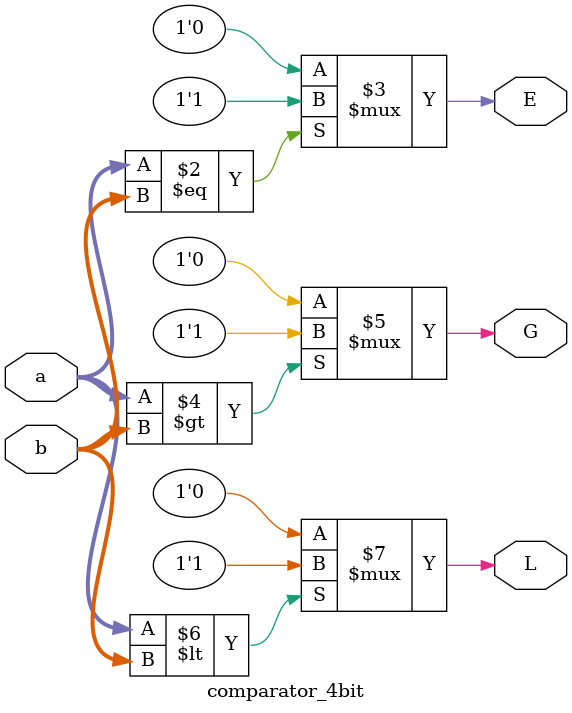
<source format=v>
module comparator_4bit(output reg E,G,L, input [3:0] a,b);
    always @(*) begin
        E=(a==b)? 1'b1:1'b0;
        G=(a>b)? 1'b1:1'b0;
        L=(a<b)? 1'b1:1'b0;
        
    end

endmodule
</source>
